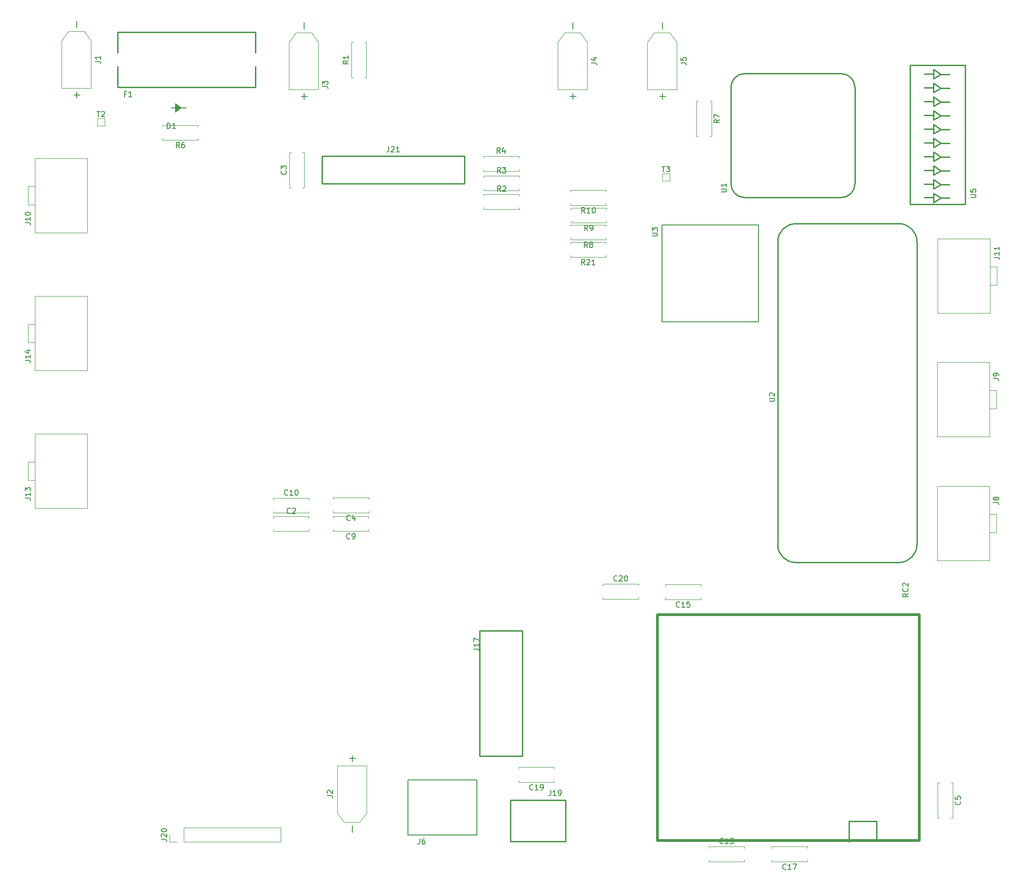
<source format=gto>
G04 #@! TF.GenerationSoftware,KiCad,Pcbnew,(5.1.10-1-10_14)*
G04 #@! TF.CreationDate,2022-06-07T22:38:41-07:00*
G04 #@! TF.ProjectId,Control_Boards,436f6e74-726f-46c5-9f42-6f617264732e,rev?*
G04 #@! TF.SameCoordinates,Original*
G04 #@! TF.FileFunction,Legend,Top*
G04 #@! TF.FilePolarity,Positive*
%FSLAX46Y46*%
G04 Gerber Fmt 4.6, Leading zero omitted, Abs format (unit mm)*
G04 Created by KiCad (PCBNEW (5.1.10-1-10_14)) date 2022-06-07 22:38:41*
%MOMM*%
%LPD*%
G01*
G04 APERTURE LIST*
%ADD10C,0.120000*%
%ADD11C,0.250000*%
%ADD12C,0.150000*%
%ADD13C,0.500000*%
G04 APERTURE END LIST*
D10*
X140748000Y-56415000D02*
X140748000Y-56745000D01*
X147288000Y-56415000D02*
X140748000Y-56415000D01*
X147288000Y-56745000D02*
X147288000Y-56415000D01*
X140748000Y-59155000D02*
X140748000Y-58825000D01*
X147288000Y-59155000D02*
X140748000Y-59155000D01*
X147288000Y-58825000D02*
X147288000Y-59155000D01*
D11*
X193167000Y-45656500D02*
X193167000Y-27876500D01*
X190627000Y-25336500D02*
X172847000Y-25336500D01*
X170307000Y-45656500D02*
X170307000Y-27876500D01*
X172847000Y-48196500D02*
X190627000Y-48196500D01*
X170307000Y-27876500D02*
G75*
G02*
X172847000Y-25336500I2540000J0D01*
G01*
X172847000Y-48196500D02*
G75*
G02*
X170307000Y-45656500I0J2540000D01*
G01*
X193167000Y-45656500D02*
G75*
G02*
X190627000Y-48196500I-2540000J0D01*
G01*
X190627000Y-25336500D02*
G75*
G02*
X193167000Y-27876500I0J-2540000D01*
G01*
D10*
X87309000Y-167065000D02*
X87309000Y-164405000D01*
X69469000Y-167065000D02*
X87309000Y-167065000D01*
X69469000Y-164405000D02*
X87309000Y-164405000D01*
X69469000Y-167065000D02*
X69469000Y-164405000D01*
X68199000Y-167065000D02*
X66869000Y-167065000D01*
X66869000Y-167065000D02*
X66869000Y-165735000D01*
D11*
X201277000Y-53022500D02*
X182245000Y-53022500D01*
X204597000Y-56324500D02*
X204597000Y-112186500D01*
X178943000Y-112186500D02*
X178943000Y-56324500D01*
X182245000Y-115506500D02*
X201277000Y-115506500D01*
X182245000Y-53022500D02*
G75*
G03*
X178943000Y-56324500I0J-3302000D01*
G01*
X201277000Y-53004500D02*
G75*
G02*
X204597000Y-56324500I0J-3320000D01*
G01*
X204597000Y-112186500D02*
G75*
G02*
X201277000Y-115506500I-3320000J0D01*
G01*
X178925000Y-112186500D02*
G75*
G03*
X182245000Y-115506500I3320000J0D01*
G01*
D10*
X53529000Y-33590000D02*
X54929000Y-33590000D01*
X54929000Y-33590000D02*
X54929000Y-34990000D01*
X54929000Y-34990000D02*
X53529000Y-34990000D01*
X53529000Y-34990000D02*
X53529000Y-33590000D01*
X157669000Y-43750000D02*
X159069000Y-43750000D01*
X159069000Y-43750000D02*
X159069000Y-45150000D01*
X159069000Y-45150000D02*
X157669000Y-45150000D01*
X157669000Y-45150000D02*
X157669000Y-43750000D01*
X218059000Y-55763160D02*
X208407000Y-55763160D01*
X218059000Y-69479160D02*
X208407000Y-69479160D01*
X208407000Y-55763160D02*
X208407000Y-69479160D01*
X218059000Y-55763160D02*
X218059000Y-69479160D01*
X218059000Y-60919360D02*
X219329000Y-60919360D01*
X219329000Y-60919360D02*
X219329000Y-64322960D01*
X219329000Y-64322960D02*
X218059000Y-64322960D01*
D12*
X157607000Y-71076500D02*
X175407000Y-71076500D01*
X175407000Y-71076500D02*
X175407000Y-53276500D01*
X175407000Y-53276500D02*
X157607000Y-53276500D01*
X157607000Y-71076500D02*
X157607000Y-53276500D01*
D11*
X131826000Y-128097556D02*
X123952000Y-128097556D01*
X131826000Y-128097556D02*
X131826000Y-151211556D01*
X131826000Y-151211556D02*
X123952000Y-151211556D01*
X123952000Y-128097556D02*
X123952000Y-151211556D01*
X94970600Y-40576500D02*
X94970600Y-45656500D01*
X94970600Y-45656500D02*
X121234200Y-45656500D01*
X121234200Y-45656500D02*
X121234200Y-40576500D01*
X121234200Y-40576500D02*
X94970600Y-40576500D01*
X203327000Y-23812500D02*
X203327000Y-49466500D01*
X213487000Y-23812500D02*
X203327000Y-23812500D01*
X213487000Y-49466500D02*
X213487000Y-23812500D01*
X203327000Y-49466500D02*
X213487000Y-49466500D01*
X205917800Y-48196500D02*
X207645000Y-48196500D01*
X207645000Y-48196500D02*
X207645000Y-47383700D01*
X207645000Y-47383700D02*
X209016600Y-48247300D01*
X209016600Y-48247300D02*
X207645000Y-49060100D01*
X207645000Y-49060100D02*
X207645000Y-48196500D01*
X209016600Y-48247300D02*
X210642200Y-48247300D01*
X209016600Y-45758100D02*
X210642200Y-45758100D01*
X209016600Y-45758100D02*
X207645000Y-46570900D01*
X205917800Y-45707300D02*
X207645000Y-45707300D01*
X207645000Y-45707300D02*
X207645000Y-44894500D01*
X207645000Y-44894500D02*
X209016600Y-45758100D01*
X207645000Y-46570900D02*
X207645000Y-45707300D01*
X209016600Y-43218100D02*
X210642200Y-43218100D01*
X209016600Y-43218100D02*
X207645000Y-44030900D01*
X205917800Y-43167300D02*
X207645000Y-43167300D01*
X207645000Y-43167300D02*
X207645000Y-42354500D01*
X207645000Y-42354500D02*
X209016600Y-43218100D01*
X207645000Y-44030900D02*
X207645000Y-43167300D01*
X209016600Y-40678100D02*
X210642200Y-40678100D01*
X209016600Y-40678100D02*
X207645000Y-41490900D01*
X205917800Y-40627300D02*
X207645000Y-40627300D01*
X207645000Y-40627300D02*
X207645000Y-39814500D01*
X207645000Y-39814500D02*
X209016600Y-40678100D01*
X207645000Y-41490900D02*
X207645000Y-40627300D01*
X209016600Y-38138100D02*
X210642200Y-38138100D01*
X209016600Y-38138100D02*
X207645000Y-38950900D01*
X205917800Y-38087300D02*
X207645000Y-38087300D01*
X207645000Y-38087300D02*
X207645000Y-37274500D01*
X207645000Y-37274500D02*
X209016600Y-38138100D01*
X207645000Y-38950900D02*
X207645000Y-38087300D01*
X209016600Y-35598100D02*
X210642200Y-35598100D01*
X209016600Y-35598100D02*
X207645000Y-36410900D01*
X205917800Y-35547300D02*
X207645000Y-35547300D01*
X207645000Y-35547300D02*
X207645000Y-34734500D01*
X207645000Y-34734500D02*
X209016600Y-35598100D01*
X207645000Y-36410900D02*
X207645000Y-35547300D01*
X209016600Y-33058100D02*
X210642200Y-33058100D01*
X209016600Y-33058100D02*
X207645000Y-33870900D01*
X205917800Y-33007300D02*
X207645000Y-33007300D01*
X207645000Y-33007300D02*
X207645000Y-32194500D01*
X207645000Y-32194500D02*
X209016600Y-33058100D01*
X207645000Y-33870900D02*
X207645000Y-33007300D01*
X209016600Y-30518100D02*
X210642200Y-30518100D01*
X209016600Y-30518100D02*
X207645000Y-31330900D01*
X205917800Y-30467300D02*
X207645000Y-30467300D01*
X207645000Y-30467300D02*
X207645000Y-29654500D01*
X207645000Y-29654500D02*
X209016600Y-30518100D01*
X207645000Y-31330900D02*
X207645000Y-30467300D01*
X209016600Y-27978100D02*
X210642200Y-27978100D01*
X209016600Y-27978100D02*
X207645000Y-28790900D01*
X205917800Y-27927300D02*
X207645000Y-27927300D01*
X207645000Y-27927300D02*
X207645000Y-27114500D01*
X207645000Y-27114500D02*
X209016600Y-27978100D01*
X207645000Y-28790900D02*
X207645000Y-27927300D01*
X209016600Y-25438100D02*
X210642200Y-25438100D01*
X209016600Y-25438100D02*
X207645000Y-26250900D01*
X205917800Y-25387300D02*
X207645000Y-25387300D01*
X207645000Y-25387300D02*
X207645000Y-24574500D01*
X207645000Y-24574500D02*
X209016600Y-25438100D01*
X207645000Y-26250900D02*
X207645000Y-25387300D01*
X139827000Y-166941500D02*
X139827000Y-159321500D01*
X139827000Y-159321500D02*
X129667000Y-159321500D01*
X129667000Y-159321500D02*
X129667000Y-166941500D01*
X129667000Y-166941500D02*
X139827000Y-166941500D01*
X57277000Y-24066500D02*
X57277000Y-27876500D01*
X57277000Y-27876500D02*
X82677000Y-27876500D01*
X82677000Y-27876500D02*
X82677000Y-24066500D01*
X82677000Y-21526500D02*
X82677000Y-17716500D01*
X82677000Y-17716500D02*
X57277000Y-17716500D01*
X57277000Y-17716500D02*
X57277000Y-21526500D01*
D12*
X110744000Y-155575000D02*
X110744000Y-160655000D01*
X123444000Y-155575000D02*
X110744000Y-155575000D01*
X123444000Y-165735000D02*
X123444000Y-155575000D01*
X110744000Y-165735000D02*
X123444000Y-165735000D01*
X110744000Y-160655000D02*
X110744000Y-165735000D01*
D10*
X97747000Y-161665000D02*
X97747000Y-152945000D01*
X97747000Y-152945000D02*
X103167000Y-152945000D01*
X103167000Y-161665000D02*
X103167000Y-152945000D01*
X99047000Y-163365000D02*
X97747000Y-161665000D01*
X101867000Y-163365000D02*
X103167000Y-161665000D01*
X99047000Y-163365000D02*
X101867000Y-163365000D01*
X160317000Y-19500500D02*
X160317000Y-28220500D01*
X160317000Y-28220500D02*
X154897000Y-28220500D01*
X154897000Y-19500500D02*
X154897000Y-28220500D01*
X159017000Y-17800500D02*
X160317000Y-19500500D01*
X156197000Y-17800500D02*
X154897000Y-19500500D01*
X159017000Y-17800500D02*
X156197000Y-17800500D01*
X143807000Y-19500500D02*
X143807000Y-28220500D01*
X143807000Y-28220500D02*
X138387000Y-28220500D01*
X138387000Y-19500500D02*
X138387000Y-28220500D01*
X142507000Y-17800500D02*
X143807000Y-19500500D01*
X139687000Y-17800500D02*
X138387000Y-19500500D01*
X142507000Y-17800500D02*
X139687000Y-17800500D01*
X52367000Y-19246500D02*
X52367000Y-27966500D01*
X52367000Y-27966500D02*
X46947000Y-27966500D01*
X46947000Y-19246500D02*
X46947000Y-27966500D01*
X51067000Y-17546500D02*
X52367000Y-19246500D01*
X48247000Y-17546500D02*
X46947000Y-19246500D01*
X51067000Y-17546500D02*
X48247000Y-17546500D01*
X94277000Y-19500500D02*
X94277000Y-28220500D01*
X94277000Y-28220500D02*
X88857000Y-28220500D01*
X88857000Y-19500500D02*
X88857000Y-28220500D01*
X92977000Y-17800500D02*
X94277000Y-19500500D01*
X90157000Y-17800500D02*
X88857000Y-19500500D01*
X92977000Y-17800500D02*
X90157000Y-17800500D01*
D11*
X192024000Y-163195000D02*
X192024000Y-167005000D01*
X197104000Y-163195000D02*
X192024000Y-163195000D01*
X197104000Y-166751000D02*
X197104000Y-163195000D01*
D13*
X156794000Y-125145000D02*
X205054000Y-125145000D01*
X156794000Y-166801000D02*
X156794000Y-125145000D01*
X205054000Y-166801000D02*
X156794000Y-166801000D01*
X205054000Y-125145000D02*
X205054000Y-166801000D01*
D12*
X67183000Y-31686500D02*
X67945000Y-31686500D01*
X67945000Y-31686500D02*
X67945000Y-30924500D01*
X67945000Y-30924500D02*
X68961000Y-31686500D01*
X68961000Y-31686500D02*
X67945000Y-32448500D01*
X67945000Y-32448500D02*
X67945000Y-31686500D01*
X68961000Y-31686500D02*
X69977000Y-31686500D01*
G36*
X67945000Y-30924500D02*
G01*
X68961000Y-31686500D01*
X67945000Y-32448500D01*
X67945000Y-30924500D01*
G37*
X67945000Y-30924500D02*
X68961000Y-31686500D01*
X67945000Y-32448500D01*
X67945000Y-30924500D01*
D10*
X42037000Y-54663340D02*
X51689000Y-54663340D01*
X42037000Y-40947340D02*
X51689000Y-40947340D01*
X51689000Y-54663340D02*
X51689000Y-40947340D01*
X42037000Y-54663340D02*
X42037000Y-40947340D01*
X42037000Y-49507140D02*
X40767000Y-49507140D01*
X40767000Y-49507140D02*
X40767000Y-46103540D01*
X40767000Y-46103540D02*
X42037000Y-46103540D01*
X42037000Y-105463340D02*
X51689000Y-105463340D01*
X42037000Y-91747340D02*
X51689000Y-91747340D01*
X51689000Y-105463340D02*
X51689000Y-91747340D01*
X42037000Y-105463340D02*
X42037000Y-91747340D01*
X42037000Y-100307140D02*
X40767000Y-100307140D01*
X40767000Y-100307140D02*
X40767000Y-96903540D01*
X40767000Y-96903540D02*
X42037000Y-96903540D01*
X217932000Y-101419660D02*
X208280000Y-101419660D01*
X217932000Y-115135660D02*
X208280000Y-115135660D01*
X208280000Y-101419660D02*
X208280000Y-115135660D01*
X217932000Y-101419660D02*
X217932000Y-115135660D01*
X217932000Y-106575860D02*
X219202000Y-106575860D01*
X219202000Y-106575860D02*
X219202000Y-109979460D01*
X219202000Y-109979460D02*
X217932000Y-109979460D01*
X42037000Y-80063340D02*
X51689000Y-80063340D01*
X42037000Y-66347340D02*
X51689000Y-66347340D01*
X51689000Y-80063340D02*
X51689000Y-66347340D01*
X42037000Y-80063340D02*
X42037000Y-66347340D01*
X42037000Y-74907140D02*
X40767000Y-74907140D01*
X40767000Y-74907140D02*
X40767000Y-71503540D01*
X40767000Y-71503540D02*
X42037000Y-71503540D01*
X217932000Y-78559660D02*
X208280000Y-78559660D01*
X217932000Y-92275660D02*
X208280000Y-92275660D01*
X208280000Y-78559660D02*
X208280000Y-92275660D01*
X217932000Y-78559660D02*
X217932000Y-92275660D01*
X217932000Y-83715860D02*
X219202000Y-83715860D01*
X219202000Y-83715860D02*
X219202000Y-87119460D01*
X219202000Y-87119460D02*
X217932000Y-87119460D01*
X146707782Y-119812641D02*
X146707782Y-119482641D01*
X146707782Y-119482641D02*
X153247782Y-119482641D01*
X153247782Y-119482641D02*
X153247782Y-119812641D01*
X146707782Y-121892641D02*
X146707782Y-122222641D01*
X146707782Y-122222641D02*
X153247782Y-122222641D01*
X153247782Y-122222641D02*
X153247782Y-121892641D01*
X137737600Y-155662500D02*
X137737600Y-155992500D01*
X137737600Y-155992500D02*
X131197600Y-155992500D01*
X131197600Y-155992500D02*
X131197600Y-155662500D01*
X137737600Y-153582500D02*
X137737600Y-153252500D01*
X137737600Y-153252500D02*
X131197600Y-153252500D01*
X131197600Y-153252500D02*
X131197600Y-153582500D01*
X89257000Y-46386500D02*
X88927000Y-46386500D01*
X88927000Y-46386500D02*
X88927000Y-39846500D01*
X88927000Y-39846500D02*
X89257000Y-39846500D01*
X91337000Y-46386500D02*
X91667000Y-46386500D01*
X91667000Y-46386500D02*
X91667000Y-39846500D01*
X91667000Y-39846500D02*
X91337000Y-39846500D01*
X103561735Y-105958696D02*
X103561735Y-106288696D01*
X103561735Y-106288696D02*
X97021735Y-106288696D01*
X97021735Y-106288696D02*
X97021735Y-105958696D01*
X103561735Y-103878696D02*
X103561735Y-103548696D01*
X103561735Y-103548696D02*
X97021735Y-103548696D01*
X97021735Y-103548696D02*
X97021735Y-103878696D01*
X210844000Y-156115000D02*
X211174000Y-156115000D01*
X211174000Y-156115000D02*
X211174000Y-162655000D01*
X211174000Y-162655000D02*
X210844000Y-162655000D01*
X208764000Y-156115000D02*
X208434000Y-156115000D01*
X208434000Y-156115000D02*
X208434000Y-162655000D01*
X208434000Y-162655000D02*
X208764000Y-162655000D01*
X85998135Y-103954896D02*
X85998135Y-103624896D01*
X85998135Y-103624896D02*
X92538135Y-103624896D01*
X92538135Y-103624896D02*
X92538135Y-103954896D01*
X85998135Y-106034896D02*
X85998135Y-106364896D01*
X85998135Y-106364896D02*
X92538135Y-106364896D01*
X92538135Y-106364896D02*
X92538135Y-106034896D01*
X166240382Y-168225041D02*
X166240382Y-167895041D01*
X166240382Y-167895041D02*
X172780382Y-167895041D01*
X172780382Y-167895041D02*
X172780382Y-168225041D01*
X166240382Y-170305041D02*
X166240382Y-170635041D01*
X166240382Y-170635041D02*
X172780382Y-170635041D01*
X172780382Y-170635041D02*
X172780382Y-170305041D01*
X164763200Y-121956700D02*
X164763200Y-122286700D01*
X164763200Y-122286700D02*
X158223200Y-122286700D01*
X158223200Y-122286700D02*
X158223200Y-121956700D01*
X164763200Y-119876700D02*
X164763200Y-119546700D01*
X164763200Y-119546700D02*
X158223200Y-119546700D01*
X158223200Y-119546700D02*
X158223200Y-119876700D01*
X85998135Y-107333096D02*
X85998135Y-107003096D01*
X85998135Y-107003096D02*
X92538135Y-107003096D01*
X92538135Y-107003096D02*
X92538135Y-107333096D01*
X85998135Y-109413096D02*
X85998135Y-109743096D01*
X85998135Y-109743096D02*
X92538135Y-109743096D01*
X92538135Y-109743096D02*
X92538135Y-109413096D01*
X103536335Y-109387696D02*
X103536335Y-109717696D01*
X103536335Y-109717696D02*
X96996335Y-109717696D01*
X96996335Y-109717696D02*
X96996335Y-109387696D01*
X103536335Y-107307696D02*
X103536335Y-106977696D01*
X103536335Y-106977696D02*
X96996335Y-106977696D01*
X96996335Y-106977696D02*
X96996335Y-107307696D01*
X147313400Y-49236500D02*
X147313400Y-49566500D01*
X147313400Y-49566500D02*
X140773400Y-49566500D01*
X140773400Y-49566500D02*
X140773400Y-49236500D01*
X147313400Y-47156500D02*
X147313400Y-46826500D01*
X147313400Y-46826500D02*
X140773400Y-46826500D01*
X140773400Y-46826500D02*
X140773400Y-47156500D01*
X147288000Y-55611900D02*
X147288000Y-55941900D01*
X147288000Y-55941900D02*
X140748000Y-55941900D01*
X140748000Y-55941900D02*
X140748000Y-55611900D01*
X147288000Y-53531900D02*
X147288000Y-53201900D01*
X147288000Y-53201900D02*
X140748000Y-53201900D01*
X140748000Y-53201900D02*
X140748000Y-53531900D01*
X100687000Y-26066500D02*
X100357000Y-26066500D01*
X100357000Y-26066500D02*
X100357000Y-19526500D01*
X100357000Y-19526500D02*
X100687000Y-19526500D01*
X102767000Y-26066500D02*
X103097000Y-26066500D01*
X103097000Y-26066500D02*
X103097000Y-19526500D01*
X103097000Y-19526500D02*
X102767000Y-19526500D01*
X124771400Y-47918500D02*
X124771400Y-47588500D01*
X124771400Y-47588500D02*
X131311400Y-47588500D01*
X131311400Y-47588500D02*
X131311400Y-47918500D01*
X124771400Y-49998500D02*
X124771400Y-50328500D01*
X124771400Y-50328500D02*
X131311400Y-50328500D01*
X131311400Y-50328500D02*
X131311400Y-49998500D01*
X124746000Y-44514900D02*
X124746000Y-44184900D01*
X124746000Y-44184900D02*
X131286000Y-44184900D01*
X131286000Y-44184900D02*
X131286000Y-44514900D01*
X124746000Y-46594900D02*
X124746000Y-46924900D01*
X124746000Y-46924900D02*
X131286000Y-46924900D01*
X131286000Y-46924900D02*
X131286000Y-46594900D01*
X124695200Y-40882700D02*
X124695200Y-40552700D01*
X124695200Y-40552700D02*
X131235200Y-40552700D01*
X131235200Y-40552700D02*
X131235200Y-40882700D01*
X124695200Y-42962700D02*
X124695200Y-43292700D01*
X124695200Y-43292700D02*
X131235200Y-43292700D01*
X131235200Y-43292700D02*
X131235200Y-42962700D01*
X72104000Y-37235000D02*
X72104000Y-37565000D01*
X72104000Y-37565000D02*
X65564000Y-37565000D01*
X65564000Y-37565000D02*
X65564000Y-37235000D01*
X72104000Y-35155000D02*
X72104000Y-34825000D01*
X72104000Y-34825000D02*
X65564000Y-34825000D01*
X65564000Y-34825000D02*
X65564000Y-35155000D01*
X147364200Y-52513100D02*
X147364200Y-52843100D01*
X147364200Y-52843100D02*
X140824200Y-52843100D01*
X140824200Y-52843100D02*
X140824200Y-52513100D01*
X147364200Y-50433100D02*
X147364200Y-50103100D01*
X147364200Y-50103100D02*
X140824200Y-50103100D01*
X140824200Y-50103100D02*
X140824200Y-50433100D01*
X166394000Y-30385000D02*
X166724000Y-30385000D01*
X166724000Y-30385000D02*
X166724000Y-36925000D01*
X166724000Y-36925000D02*
X166394000Y-36925000D01*
X164314000Y-30385000D02*
X163984000Y-30385000D01*
X163984000Y-30385000D02*
X163984000Y-36925000D01*
X163984000Y-36925000D02*
X164314000Y-36925000D01*
X184372000Y-170318300D02*
X184372000Y-170648300D01*
X184372000Y-170648300D02*
X177832000Y-170648300D01*
X177832000Y-170648300D02*
X177832000Y-170318300D01*
X184372000Y-168238300D02*
X184372000Y-167908300D01*
X184372000Y-167908300D02*
X177832000Y-167908300D01*
X177832000Y-167908300D02*
X177832000Y-168238300D01*
D12*
X143375142Y-60607380D02*
X143041809Y-60131190D01*
X142803714Y-60607380D02*
X142803714Y-59607380D01*
X143184666Y-59607380D01*
X143279904Y-59655000D01*
X143327523Y-59702619D01*
X143375142Y-59797857D01*
X143375142Y-59940714D01*
X143327523Y-60035952D01*
X143279904Y-60083571D01*
X143184666Y-60131190D01*
X142803714Y-60131190D01*
X143756095Y-59702619D02*
X143803714Y-59655000D01*
X143898952Y-59607380D01*
X144137047Y-59607380D01*
X144232285Y-59655000D01*
X144279904Y-59702619D01*
X144327523Y-59797857D01*
X144327523Y-59893095D01*
X144279904Y-60035952D01*
X143708476Y-60607380D01*
X144327523Y-60607380D01*
X145279904Y-60607380D02*
X144708476Y-60607380D01*
X144994190Y-60607380D02*
X144994190Y-59607380D01*
X144898952Y-59750238D01*
X144803714Y-59845476D01*
X144708476Y-59893095D01*
X168489380Y-47180404D02*
X169298904Y-47180404D01*
X169394142Y-47132785D01*
X169441761Y-47085166D01*
X169489380Y-46989928D01*
X169489380Y-46799452D01*
X169441761Y-46704214D01*
X169394142Y-46656595D01*
X169298904Y-46608976D01*
X168489380Y-46608976D01*
X169489380Y-45608976D02*
X169489380Y-46180404D01*
X169489380Y-45894690D02*
X168489380Y-45894690D01*
X168632238Y-45989928D01*
X168727476Y-46085166D01*
X168775095Y-46180404D01*
X65321380Y-166544523D02*
X66035666Y-166544523D01*
X66178523Y-166592142D01*
X66273761Y-166687380D01*
X66321380Y-166830238D01*
X66321380Y-166925476D01*
X65416619Y-166115952D02*
X65369000Y-166068333D01*
X65321380Y-165973095D01*
X65321380Y-165735000D01*
X65369000Y-165639761D01*
X65416619Y-165592142D01*
X65511857Y-165544523D01*
X65607095Y-165544523D01*
X65749952Y-165592142D01*
X66321380Y-166163571D01*
X66321380Y-165544523D01*
X65321380Y-164925476D02*
X65321380Y-164830238D01*
X65369000Y-164735000D01*
X65416619Y-164687380D01*
X65511857Y-164639761D01*
X65702333Y-164592142D01*
X65940428Y-164592142D01*
X66130904Y-164639761D01*
X66226142Y-164687380D01*
X66273761Y-164735000D01*
X66321380Y-164830238D01*
X66321380Y-164925476D01*
X66273761Y-165020714D01*
X66226142Y-165068333D01*
X66130904Y-165115952D01*
X65940428Y-165163571D01*
X65702333Y-165163571D01*
X65511857Y-165115952D01*
X65416619Y-165068333D01*
X65369000Y-165020714D01*
X65321380Y-164925476D01*
X177379380Y-85788404D02*
X178188904Y-85788404D01*
X178284142Y-85740785D01*
X178331761Y-85693166D01*
X178379380Y-85597928D01*
X178379380Y-85407452D01*
X178331761Y-85312214D01*
X178284142Y-85264595D01*
X178188904Y-85216976D01*
X177379380Y-85216976D01*
X177474619Y-84788404D02*
X177427000Y-84740785D01*
X177379380Y-84645547D01*
X177379380Y-84407452D01*
X177427000Y-84312214D01*
X177474619Y-84264595D01*
X177569857Y-84216976D01*
X177665095Y-84216976D01*
X177807952Y-84264595D01*
X178379380Y-84836023D01*
X178379380Y-84216976D01*
X53467095Y-32294380D02*
X54038523Y-32294380D01*
X53752809Y-33294380D02*
X53752809Y-32294380D01*
X54324238Y-32389619D02*
X54371857Y-32342000D01*
X54467095Y-32294380D01*
X54705190Y-32294380D01*
X54800428Y-32342000D01*
X54848047Y-32389619D01*
X54895666Y-32484857D01*
X54895666Y-32580095D01*
X54848047Y-32722952D01*
X54276619Y-33294380D01*
X54895666Y-33294380D01*
X157607095Y-42454380D02*
X158178523Y-42454380D01*
X157892809Y-43454380D02*
X157892809Y-42454380D01*
X158416619Y-42454380D02*
X159035666Y-42454380D01*
X158702333Y-42835333D01*
X158845190Y-42835333D01*
X158940428Y-42882952D01*
X158988047Y-42930571D01*
X159035666Y-43025809D01*
X159035666Y-43263904D01*
X158988047Y-43359142D01*
X158940428Y-43406761D01*
X158845190Y-43454380D01*
X158559476Y-43454380D01*
X158464238Y-43406761D01*
X158416619Y-43359142D01*
X218781380Y-59229523D02*
X219495666Y-59229523D01*
X219638523Y-59277142D01*
X219733761Y-59372380D01*
X219781380Y-59515238D01*
X219781380Y-59610476D01*
X219781380Y-58229523D02*
X219781380Y-58800952D01*
X219781380Y-58515238D02*
X218781380Y-58515238D01*
X218924238Y-58610476D01*
X219019476Y-58705714D01*
X219067095Y-58800952D01*
X219781380Y-57277142D02*
X219781380Y-57848571D01*
X219781380Y-57562857D02*
X218781380Y-57562857D01*
X218924238Y-57658095D01*
X219019476Y-57753333D01*
X219067095Y-57848571D01*
X155789380Y-55308404D02*
X156598904Y-55308404D01*
X156694142Y-55260785D01*
X156741761Y-55213166D01*
X156789380Y-55117928D01*
X156789380Y-54927452D01*
X156741761Y-54832214D01*
X156694142Y-54784595D01*
X156598904Y-54736976D01*
X155789380Y-54736976D01*
X155789380Y-54356023D02*
X155789380Y-53736976D01*
X156170333Y-54070309D01*
X156170333Y-53927452D01*
X156217952Y-53832214D01*
X156265571Y-53784595D01*
X156360809Y-53736976D01*
X156598904Y-53736976D01*
X156694142Y-53784595D01*
X156741761Y-53832214D01*
X156789380Y-53927452D01*
X156789380Y-54213166D01*
X156741761Y-54308404D01*
X156694142Y-54356023D01*
X122896380Y-131447079D02*
X123610666Y-131447079D01*
X123753523Y-131494698D01*
X123848761Y-131589936D01*
X123896380Y-131732794D01*
X123896380Y-131828032D01*
X123896380Y-130447079D02*
X123896380Y-131018508D01*
X123896380Y-130732794D02*
X122896380Y-130732794D01*
X123039238Y-130828032D01*
X123134476Y-130923270D01*
X123182095Y-131018508D01*
X122896380Y-130113746D02*
X122896380Y-129447079D01*
X123896380Y-129875651D01*
X107267476Y-38758880D02*
X107267476Y-39473166D01*
X107219857Y-39616023D01*
X107124619Y-39711261D01*
X106981761Y-39758880D01*
X106886523Y-39758880D01*
X107696047Y-38854119D02*
X107743666Y-38806500D01*
X107838904Y-38758880D01*
X108077000Y-38758880D01*
X108172238Y-38806500D01*
X108219857Y-38854119D01*
X108267476Y-38949357D01*
X108267476Y-39044595D01*
X108219857Y-39187452D01*
X107648428Y-39758880D01*
X108267476Y-39758880D01*
X109219857Y-39758880D02*
X108648428Y-39758880D01*
X108934142Y-39758880D02*
X108934142Y-38758880D01*
X108838904Y-38901738D01*
X108743666Y-38996976D01*
X108648428Y-39044595D01*
X214463380Y-48196404D02*
X215272904Y-48196404D01*
X215368142Y-48148785D01*
X215415761Y-48101166D01*
X215463380Y-48005928D01*
X215463380Y-47815452D01*
X215415761Y-47720214D01*
X215368142Y-47672595D01*
X215272904Y-47624976D01*
X214463380Y-47624976D01*
X214463380Y-46672595D02*
X214463380Y-47148785D01*
X214939571Y-47196404D01*
X214891952Y-47148785D01*
X214844333Y-47053547D01*
X214844333Y-46815452D01*
X214891952Y-46720214D01*
X214939571Y-46672595D01*
X215034809Y-46624976D01*
X215272904Y-46624976D01*
X215368142Y-46672595D01*
X215415761Y-46720214D01*
X215463380Y-46815452D01*
X215463380Y-47053547D01*
X215415761Y-47148785D01*
X215368142Y-47196404D01*
X137112476Y-157503880D02*
X137112476Y-158218166D01*
X137064857Y-158361023D01*
X136969619Y-158456261D01*
X136826761Y-158503880D01*
X136731523Y-158503880D01*
X138112476Y-158503880D02*
X137541047Y-158503880D01*
X137826761Y-158503880D02*
X137826761Y-157503880D01*
X137731523Y-157646738D01*
X137636285Y-157741976D01*
X137541047Y-157789595D01*
X138588666Y-158503880D02*
X138779142Y-158503880D01*
X138874380Y-158456261D01*
X138922000Y-158408642D01*
X139017238Y-158265785D01*
X139064857Y-158075309D01*
X139064857Y-157694357D01*
X139017238Y-157599119D01*
X138969619Y-157551500D01*
X138874380Y-157503880D01*
X138683904Y-157503880D01*
X138588666Y-157551500D01*
X138541047Y-157599119D01*
X138493428Y-157694357D01*
X138493428Y-157932452D01*
X138541047Y-158027690D01*
X138588666Y-158075309D01*
X138683904Y-158122928D01*
X138874380Y-158122928D01*
X138969619Y-158075309D01*
X139017238Y-158027690D01*
X139064857Y-157932452D01*
X58848666Y-29075071D02*
X58515333Y-29075071D01*
X58515333Y-29598880D02*
X58515333Y-28598880D01*
X58991523Y-28598880D01*
X59896285Y-29598880D02*
X59324857Y-29598880D01*
X59610571Y-29598880D02*
X59610571Y-28598880D01*
X59515333Y-28741738D01*
X59420095Y-28836976D01*
X59324857Y-28884595D01*
X112950666Y-166457380D02*
X112950666Y-167171666D01*
X112903047Y-167314523D01*
X112807809Y-167409761D01*
X112664952Y-167457380D01*
X112569714Y-167457380D01*
X113855428Y-166457380D02*
X113664952Y-166457380D01*
X113569714Y-166505000D01*
X113522095Y-166552619D01*
X113426857Y-166695476D01*
X113379238Y-166885952D01*
X113379238Y-167266904D01*
X113426857Y-167362142D01*
X113474476Y-167409761D01*
X113569714Y-167457380D01*
X113760190Y-167457380D01*
X113855428Y-167409761D01*
X113903047Y-167362142D01*
X113950666Y-167266904D01*
X113950666Y-167028809D01*
X113903047Y-166933571D01*
X113855428Y-166885952D01*
X113760190Y-166838333D01*
X113569714Y-166838333D01*
X113474476Y-166885952D01*
X113426857Y-166933571D01*
X113379238Y-167028809D01*
X95909380Y-158488333D02*
X96623666Y-158488333D01*
X96766523Y-158535952D01*
X96861761Y-158631190D01*
X96909380Y-158774047D01*
X96909380Y-158869285D01*
X96004619Y-158059761D02*
X95957000Y-158012142D01*
X95909380Y-157916904D01*
X95909380Y-157678809D01*
X95957000Y-157583571D01*
X96004619Y-157535952D01*
X96099857Y-157488333D01*
X96195095Y-157488333D01*
X96337952Y-157535952D01*
X96909380Y-158107380D01*
X96909380Y-157488333D01*
X100564142Y-165226428D02*
X100564142Y-164083571D01*
X100564142Y-152226428D02*
X100564142Y-151083571D01*
X101135571Y-151655000D02*
X99992714Y-151655000D01*
X161059380Y-23343833D02*
X161773666Y-23343833D01*
X161916523Y-23391452D01*
X162011761Y-23486690D01*
X162059380Y-23629547D01*
X162059380Y-23724785D01*
X161059380Y-22391452D02*
X161059380Y-22867642D01*
X161535571Y-22915261D01*
X161487952Y-22867642D01*
X161440333Y-22772404D01*
X161440333Y-22534309D01*
X161487952Y-22439071D01*
X161535571Y-22391452D01*
X161630809Y-22343833D01*
X161868904Y-22343833D01*
X161964142Y-22391452D01*
X162011761Y-22439071D01*
X162059380Y-22534309D01*
X162059380Y-22772404D01*
X162011761Y-22867642D01*
X161964142Y-22915261D01*
X157714142Y-17081928D02*
X157714142Y-15939071D01*
X157714142Y-30081928D02*
X157714142Y-28939071D01*
X158285571Y-29510500D02*
X157142714Y-29510500D01*
X144549380Y-23343833D02*
X145263666Y-23343833D01*
X145406523Y-23391452D01*
X145501761Y-23486690D01*
X145549380Y-23629547D01*
X145549380Y-23724785D01*
X144882714Y-22439071D02*
X145549380Y-22439071D01*
X144501761Y-22677166D02*
X145216047Y-22915261D01*
X145216047Y-22296214D01*
X141204142Y-17081928D02*
X141204142Y-15939071D01*
X141204142Y-30081928D02*
X141204142Y-28939071D01*
X141775571Y-29510500D02*
X140632714Y-29510500D01*
X53109380Y-23089833D02*
X53823666Y-23089833D01*
X53966523Y-23137452D01*
X54061761Y-23232690D01*
X54109380Y-23375547D01*
X54109380Y-23470785D01*
X54109380Y-22089833D02*
X54109380Y-22661261D01*
X54109380Y-22375547D02*
X53109380Y-22375547D01*
X53252238Y-22470785D01*
X53347476Y-22566023D01*
X53395095Y-22661261D01*
X49764142Y-16827928D02*
X49764142Y-15685071D01*
X49764142Y-29827928D02*
X49764142Y-28685071D01*
X50335571Y-29256500D02*
X49192714Y-29256500D01*
X95019380Y-27701833D02*
X95733666Y-27701833D01*
X95876523Y-27749452D01*
X95971761Y-27844690D01*
X96019380Y-27987547D01*
X96019380Y-28082785D01*
X95019380Y-27320880D02*
X95019380Y-26701833D01*
X95400333Y-27035166D01*
X95400333Y-26892309D01*
X95447952Y-26797071D01*
X95495571Y-26749452D01*
X95590809Y-26701833D01*
X95828904Y-26701833D01*
X95924142Y-26749452D01*
X95971761Y-26797071D01*
X96019380Y-26892309D01*
X96019380Y-27178023D01*
X95971761Y-27273261D01*
X95924142Y-27320880D01*
X91674142Y-17081928D02*
X91674142Y-15939071D01*
X91674142Y-30081928D02*
X91674142Y-28939071D01*
X92245571Y-29510500D02*
X91102714Y-29510500D01*
X202966380Y-121239666D02*
X202490190Y-121573000D01*
X202966380Y-121811095D02*
X201966380Y-121811095D01*
X201966380Y-121430142D01*
X202014000Y-121334904D01*
X202061619Y-121287285D01*
X202156857Y-121239666D01*
X202299714Y-121239666D01*
X202394952Y-121287285D01*
X202442571Y-121334904D01*
X202490190Y-121430142D01*
X202490190Y-121811095D01*
X202871142Y-120239666D02*
X202918761Y-120287285D01*
X202966380Y-120430142D01*
X202966380Y-120525380D01*
X202918761Y-120668238D01*
X202823523Y-120763476D01*
X202728285Y-120811095D01*
X202537809Y-120858714D01*
X202394952Y-120858714D01*
X202204476Y-120811095D01*
X202109238Y-120763476D01*
X202014000Y-120668238D01*
X201966380Y-120525380D01*
X201966380Y-120430142D01*
X202014000Y-120287285D01*
X202061619Y-120239666D01*
X202061619Y-119858714D02*
X202014000Y-119811095D01*
X201966380Y-119715857D01*
X201966380Y-119477761D01*
X202014000Y-119382523D01*
X202061619Y-119334904D01*
X202156857Y-119287285D01*
X202252095Y-119287285D01*
X202394952Y-119334904D01*
X202966380Y-119906333D01*
X202966380Y-119287285D01*
X66444904Y-35440880D02*
X66444904Y-34440880D01*
X66683000Y-34440880D01*
X66825857Y-34488500D01*
X66921095Y-34583738D01*
X66968714Y-34678976D01*
X67016333Y-34869452D01*
X67016333Y-35012309D01*
X66968714Y-35202785D01*
X66921095Y-35298023D01*
X66825857Y-35393261D01*
X66683000Y-35440880D01*
X66444904Y-35440880D01*
X67968714Y-35440880D02*
X67397285Y-35440880D01*
X67683000Y-35440880D02*
X67683000Y-34440880D01*
X67587761Y-34583738D01*
X67492523Y-34678976D01*
X67397285Y-34726595D01*
X40219380Y-52816023D02*
X40933666Y-52816023D01*
X41076523Y-52863642D01*
X41171761Y-52958880D01*
X41219380Y-53101738D01*
X41219380Y-53196976D01*
X41219380Y-51816023D02*
X41219380Y-52387452D01*
X41219380Y-52101738D02*
X40219380Y-52101738D01*
X40362238Y-52196976D01*
X40457476Y-52292214D01*
X40505095Y-52387452D01*
X40219380Y-51196976D02*
X40219380Y-51101738D01*
X40267000Y-51006500D01*
X40314619Y-50958880D01*
X40409857Y-50911261D01*
X40600333Y-50863642D01*
X40838428Y-50863642D01*
X41028904Y-50911261D01*
X41124142Y-50958880D01*
X41171761Y-51006500D01*
X41219380Y-51101738D01*
X41219380Y-51196976D01*
X41171761Y-51292214D01*
X41124142Y-51339833D01*
X41028904Y-51387452D01*
X40838428Y-51435071D01*
X40600333Y-51435071D01*
X40409857Y-51387452D01*
X40314619Y-51339833D01*
X40267000Y-51292214D01*
X40219380Y-51196976D01*
X40219380Y-103616023D02*
X40933666Y-103616023D01*
X41076523Y-103663642D01*
X41171761Y-103758880D01*
X41219380Y-103901738D01*
X41219380Y-103996976D01*
X41219380Y-102616023D02*
X41219380Y-103187452D01*
X41219380Y-102901738D02*
X40219380Y-102901738D01*
X40362238Y-102996976D01*
X40457476Y-103092214D01*
X40505095Y-103187452D01*
X40219380Y-102282690D02*
X40219380Y-101663642D01*
X40600333Y-101996976D01*
X40600333Y-101854119D01*
X40647952Y-101758880D01*
X40695571Y-101711261D01*
X40790809Y-101663642D01*
X41028904Y-101663642D01*
X41124142Y-101711261D01*
X41171761Y-101758880D01*
X41219380Y-101854119D01*
X41219380Y-102139833D01*
X41171761Y-102235071D01*
X41124142Y-102282690D01*
X218654380Y-104409833D02*
X219368666Y-104409833D01*
X219511523Y-104457452D01*
X219606761Y-104552690D01*
X219654380Y-104695547D01*
X219654380Y-104790785D01*
X219082952Y-103790785D02*
X219035333Y-103886023D01*
X218987714Y-103933642D01*
X218892476Y-103981261D01*
X218844857Y-103981261D01*
X218749619Y-103933642D01*
X218702000Y-103886023D01*
X218654380Y-103790785D01*
X218654380Y-103600309D01*
X218702000Y-103505071D01*
X218749619Y-103457452D01*
X218844857Y-103409833D01*
X218892476Y-103409833D01*
X218987714Y-103457452D01*
X219035333Y-103505071D01*
X219082952Y-103600309D01*
X219082952Y-103790785D01*
X219130571Y-103886023D01*
X219178190Y-103933642D01*
X219273428Y-103981261D01*
X219463904Y-103981261D01*
X219559142Y-103933642D01*
X219606761Y-103886023D01*
X219654380Y-103790785D01*
X219654380Y-103600309D01*
X219606761Y-103505071D01*
X219559142Y-103457452D01*
X219463904Y-103409833D01*
X219273428Y-103409833D01*
X219178190Y-103457452D01*
X219130571Y-103505071D01*
X219082952Y-103600309D01*
X40219380Y-78216023D02*
X40933666Y-78216023D01*
X41076523Y-78263642D01*
X41171761Y-78358880D01*
X41219380Y-78501738D01*
X41219380Y-78596976D01*
X41219380Y-77216023D02*
X41219380Y-77787452D01*
X41219380Y-77501738D02*
X40219380Y-77501738D01*
X40362238Y-77596976D01*
X40457476Y-77692214D01*
X40505095Y-77787452D01*
X40552714Y-76358880D02*
X41219380Y-76358880D01*
X40171761Y-76596976D02*
X40886047Y-76835071D01*
X40886047Y-76216023D01*
X218654380Y-81549833D02*
X219368666Y-81549833D01*
X219511523Y-81597452D01*
X219606761Y-81692690D01*
X219654380Y-81835547D01*
X219654380Y-81930785D01*
X219654380Y-81026023D02*
X219654380Y-80835547D01*
X219606761Y-80740309D01*
X219559142Y-80692690D01*
X219416285Y-80597452D01*
X219225809Y-80549833D01*
X218844857Y-80549833D01*
X218749619Y-80597452D01*
X218702000Y-80645071D01*
X218654380Y-80740309D01*
X218654380Y-80930785D01*
X218702000Y-81026023D01*
X218749619Y-81073642D01*
X218844857Y-81121261D01*
X219082952Y-81121261D01*
X219178190Y-81073642D01*
X219225809Y-81026023D01*
X219273428Y-80930785D01*
X219273428Y-80740309D01*
X219225809Y-80645071D01*
X219178190Y-80597452D01*
X219082952Y-80549833D01*
X149334924Y-118839783D02*
X149287305Y-118887402D01*
X149144448Y-118935021D01*
X149049210Y-118935021D01*
X148906353Y-118887402D01*
X148811115Y-118792164D01*
X148763496Y-118696926D01*
X148715877Y-118506450D01*
X148715877Y-118363593D01*
X148763496Y-118173117D01*
X148811115Y-118077879D01*
X148906353Y-117982641D01*
X149049210Y-117935021D01*
X149144448Y-117935021D01*
X149287305Y-117982641D01*
X149334924Y-118030260D01*
X149715877Y-118030260D02*
X149763496Y-117982641D01*
X149858734Y-117935021D01*
X150096829Y-117935021D01*
X150192067Y-117982641D01*
X150239686Y-118030260D01*
X150287305Y-118125498D01*
X150287305Y-118220736D01*
X150239686Y-118363593D01*
X149668258Y-118935021D01*
X150287305Y-118935021D01*
X150906353Y-117935021D02*
X151001591Y-117935021D01*
X151096829Y-117982641D01*
X151144448Y-118030260D01*
X151192067Y-118125498D01*
X151239686Y-118315974D01*
X151239686Y-118554069D01*
X151192067Y-118744545D01*
X151144448Y-118839783D01*
X151096829Y-118887402D01*
X151001591Y-118935021D01*
X150906353Y-118935021D01*
X150811115Y-118887402D01*
X150763496Y-118839783D01*
X150715877Y-118744545D01*
X150668258Y-118554069D01*
X150668258Y-118315974D01*
X150715877Y-118125498D01*
X150763496Y-118030260D01*
X150811115Y-117982641D01*
X150906353Y-117935021D01*
X133824742Y-157349642D02*
X133777123Y-157397261D01*
X133634266Y-157444880D01*
X133539028Y-157444880D01*
X133396171Y-157397261D01*
X133300933Y-157302023D01*
X133253314Y-157206785D01*
X133205695Y-157016309D01*
X133205695Y-156873452D01*
X133253314Y-156682976D01*
X133300933Y-156587738D01*
X133396171Y-156492500D01*
X133539028Y-156444880D01*
X133634266Y-156444880D01*
X133777123Y-156492500D01*
X133824742Y-156540119D01*
X134777123Y-157444880D02*
X134205695Y-157444880D01*
X134491409Y-157444880D02*
X134491409Y-156444880D01*
X134396171Y-156587738D01*
X134300933Y-156682976D01*
X134205695Y-156730595D01*
X135253314Y-157444880D02*
X135443790Y-157444880D01*
X135539028Y-157397261D01*
X135586647Y-157349642D01*
X135681885Y-157206785D01*
X135729504Y-157016309D01*
X135729504Y-156635357D01*
X135681885Y-156540119D01*
X135634266Y-156492500D01*
X135539028Y-156444880D01*
X135348552Y-156444880D01*
X135253314Y-156492500D01*
X135205695Y-156540119D01*
X135158076Y-156635357D01*
X135158076Y-156873452D01*
X135205695Y-156968690D01*
X135253314Y-157016309D01*
X135348552Y-157063928D01*
X135539028Y-157063928D01*
X135634266Y-157016309D01*
X135681885Y-156968690D01*
X135729504Y-156873452D01*
X88284142Y-43283166D02*
X88331761Y-43330785D01*
X88379380Y-43473642D01*
X88379380Y-43568880D01*
X88331761Y-43711738D01*
X88236523Y-43806976D01*
X88141285Y-43854595D01*
X87950809Y-43902214D01*
X87807952Y-43902214D01*
X87617476Y-43854595D01*
X87522238Y-43806976D01*
X87427000Y-43711738D01*
X87379380Y-43568880D01*
X87379380Y-43473642D01*
X87427000Y-43330785D01*
X87474619Y-43283166D01*
X87379380Y-42949833D02*
X87379380Y-42330785D01*
X87760333Y-42664119D01*
X87760333Y-42521261D01*
X87807952Y-42426023D01*
X87855571Y-42378404D01*
X87950809Y-42330785D01*
X88188904Y-42330785D01*
X88284142Y-42378404D01*
X88331761Y-42426023D01*
X88379380Y-42521261D01*
X88379380Y-42806976D01*
X88331761Y-42902214D01*
X88284142Y-42949833D01*
X100125068Y-107645838D02*
X100077449Y-107693457D01*
X99934592Y-107741076D01*
X99839354Y-107741076D01*
X99696496Y-107693457D01*
X99601258Y-107598219D01*
X99553639Y-107502981D01*
X99506020Y-107312505D01*
X99506020Y-107169648D01*
X99553639Y-106979172D01*
X99601258Y-106883934D01*
X99696496Y-106788696D01*
X99839354Y-106741076D01*
X99934592Y-106741076D01*
X100077449Y-106788696D01*
X100125068Y-106836315D01*
X100982211Y-107074410D02*
X100982211Y-107741076D01*
X100744115Y-106693457D02*
X100506020Y-107407743D01*
X101125068Y-107407743D01*
X212531142Y-159551666D02*
X212578761Y-159599285D01*
X212626380Y-159742142D01*
X212626380Y-159837380D01*
X212578761Y-159980238D01*
X212483523Y-160075476D01*
X212388285Y-160123095D01*
X212197809Y-160170714D01*
X212054952Y-160170714D01*
X211864476Y-160123095D01*
X211769238Y-160075476D01*
X211674000Y-159980238D01*
X211626380Y-159837380D01*
X211626380Y-159742142D01*
X211674000Y-159599285D01*
X211721619Y-159551666D01*
X211626380Y-158646904D02*
X211626380Y-159123095D01*
X212102571Y-159170714D01*
X212054952Y-159123095D01*
X212007333Y-159027857D01*
X212007333Y-158789761D01*
X212054952Y-158694523D01*
X212102571Y-158646904D01*
X212197809Y-158599285D01*
X212435904Y-158599285D01*
X212531142Y-158646904D01*
X212578761Y-158694523D01*
X212626380Y-158789761D01*
X212626380Y-159027857D01*
X212578761Y-159123095D01*
X212531142Y-159170714D01*
X88625277Y-102982038D02*
X88577658Y-103029657D01*
X88434801Y-103077276D01*
X88339563Y-103077276D01*
X88196706Y-103029657D01*
X88101468Y-102934419D01*
X88053849Y-102839181D01*
X88006230Y-102648705D01*
X88006230Y-102505848D01*
X88053849Y-102315372D01*
X88101468Y-102220134D01*
X88196706Y-102124896D01*
X88339563Y-102077276D01*
X88434801Y-102077276D01*
X88577658Y-102124896D01*
X88625277Y-102172515D01*
X89577658Y-103077276D02*
X89006230Y-103077276D01*
X89291944Y-103077276D02*
X89291944Y-102077276D01*
X89196706Y-102220134D01*
X89101468Y-102315372D01*
X89006230Y-102362991D01*
X90196706Y-102077276D02*
X90291944Y-102077276D01*
X90387182Y-102124896D01*
X90434801Y-102172515D01*
X90482420Y-102267753D01*
X90530039Y-102458229D01*
X90530039Y-102696324D01*
X90482420Y-102886800D01*
X90434801Y-102982038D01*
X90387182Y-103029657D01*
X90291944Y-103077276D01*
X90196706Y-103077276D01*
X90101468Y-103029657D01*
X90053849Y-102982038D01*
X90006230Y-102886800D01*
X89958611Y-102696324D01*
X89958611Y-102458229D01*
X90006230Y-102267753D01*
X90053849Y-102172515D01*
X90101468Y-102124896D01*
X90196706Y-102077276D01*
X168867524Y-167252183D02*
X168819905Y-167299802D01*
X168677048Y-167347421D01*
X168581810Y-167347421D01*
X168438953Y-167299802D01*
X168343715Y-167204564D01*
X168296096Y-167109326D01*
X168248477Y-166918850D01*
X168248477Y-166775993D01*
X168296096Y-166585517D01*
X168343715Y-166490279D01*
X168438953Y-166395041D01*
X168581810Y-166347421D01*
X168677048Y-166347421D01*
X168819905Y-166395041D01*
X168867524Y-166442660D01*
X169819905Y-167347421D02*
X169248477Y-167347421D01*
X169534191Y-167347421D02*
X169534191Y-166347421D01*
X169438953Y-166490279D01*
X169343715Y-166585517D01*
X169248477Y-166633136D01*
X170153239Y-166347421D02*
X170772286Y-166347421D01*
X170438953Y-166728374D01*
X170581810Y-166728374D01*
X170677048Y-166775993D01*
X170724667Y-166823612D01*
X170772286Y-166918850D01*
X170772286Y-167156945D01*
X170724667Y-167252183D01*
X170677048Y-167299802D01*
X170581810Y-167347421D01*
X170296096Y-167347421D01*
X170200858Y-167299802D01*
X170153239Y-167252183D01*
X160850342Y-123643842D02*
X160802723Y-123691461D01*
X160659866Y-123739080D01*
X160564628Y-123739080D01*
X160421771Y-123691461D01*
X160326533Y-123596223D01*
X160278914Y-123500985D01*
X160231295Y-123310509D01*
X160231295Y-123167652D01*
X160278914Y-122977176D01*
X160326533Y-122881938D01*
X160421771Y-122786700D01*
X160564628Y-122739080D01*
X160659866Y-122739080D01*
X160802723Y-122786700D01*
X160850342Y-122834319D01*
X161802723Y-123739080D02*
X161231295Y-123739080D01*
X161517009Y-123739080D02*
X161517009Y-122739080D01*
X161421771Y-122881938D01*
X161326533Y-122977176D01*
X161231295Y-123024795D01*
X162707485Y-122739080D02*
X162231295Y-122739080D01*
X162183676Y-123215271D01*
X162231295Y-123167652D01*
X162326533Y-123120033D01*
X162564628Y-123120033D01*
X162659866Y-123167652D01*
X162707485Y-123215271D01*
X162755104Y-123310509D01*
X162755104Y-123548604D01*
X162707485Y-123643842D01*
X162659866Y-123691461D01*
X162564628Y-123739080D01*
X162326533Y-123739080D01*
X162231295Y-123691461D01*
X162183676Y-123643842D01*
X89101468Y-106360238D02*
X89053849Y-106407857D01*
X88910992Y-106455476D01*
X88815754Y-106455476D01*
X88672896Y-106407857D01*
X88577658Y-106312619D01*
X88530039Y-106217381D01*
X88482420Y-106026905D01*
X88482420Y-105884048D01*
X88530039Y-105693572D01*
X88577658Y-105598334D01*
X88672896Y-105503096D01*
X88815754Y-105455476D01*
X88910992Y-105455476D01*
X89053849Y-105503096D01*
X89101468Y-105550715D01*
X89482420Y-105550715D02*
X89530039Y-105503096D01*
X89625277Y-105455476D01*
X89863373Y-105455476D01*
X89958611Y-105503096D01*
X90006230Y-105550715D01*
X90053849Y-105645953D01*
X90053849Y-105741191D01*
X90006230Y-105884048D01*
X89434801Y-106455476D01*
X90053849Y-106455476D01*
X100099668Y-111074838D02*
X100052049Y-111122457D01*
X99909192Y-111170076D01*
X99813954Y-111170076D01*
X99671096Y-111122457D01*
X99575858Y-111027219D01*
X99528239Y-110931981D01*
X99480620Y-110741505D01*
X99480620Y-110598648D01*
X99528239Y-110408172D01*
X99575858Y-110312934D01*
X99671096Y-110217696D01*
X99813954Y-110170076D01*
X99909192Y-110170076D01*
X100052049Y-110217696D01*
X100099668Y-110265315D01*
X100575858Y-111170076D02*
X100766335Y-111170076D01*
X100861573Y-111122457D01*
X100909192Y-111074838D01*
X101004430Y-110931981D01*
X101052049Y-110741505D01*
X101052049Y-110360553D01*
X101004430Y-110265315D01*
X100956811Y-110217696D01*
X100861573Y-110170076D01*
X100671096Y-110170076D01*
X100575858Y-110217696D01*
X100528239Y-110265315D01*
X100480620Y-110360553D01*
X100480620Y-110598648D01*
X100528239Y-110693886D01*
X100575858Y-110741505D01*
X100671096Y-110789124D01*
X100861573Y-110789124D01*
X100956811Y-110741505D01*
X101004430Y-110693886D01*
X101052049Y-110598648D01*
X143400542Y-51018880D02*
X143067209Y-50542690D01*
X142829114Y-51018880D02*
X142829114Y-50018880D01*
X143210066Y-50018880D01*
X143305304Y-50066500D01*
X143352923Y-50114119D01*
X143400542Y-50209357D01*
X143400542Y-50352214D01*
X143352923Y-50447452D01*
X143305304Y-50495071D01*
X143210066Y-50542690D01*
X142829114Y-50542690D01*
X144352923Y-51018880D02*
X143781495Y-51018880D01*
X144067209Y-51018880D02*
X144067209Y-50018880D01*
X143971971Y-50161738D01*
X143876733Y-50256976D01*
X143781495Y-50304595D01*
X144971971Y-50018880D02*
X145067209Y-50018880D01*
X145162447Y-50066500D01*
X145210066Y-50114119D01*
X145257685Y-50209357D01*
X145305304Y-50399833D01*
X145305304Y-50637928D01*
X145257685Y-50828404D01*
X145210066Y-50923642D01*
X145162447Y-50971261D01*
X145067209Y-51018880D01*
X144971971Y-51018880D01*
X144876733Y-50971261D01*
X144829114Y-50923642D01*
X144781495Y-50828404D01*
X144733876Y-50637928D01*
X144733876Y-50399833D01*
X144781495Y-50209357D01*
X144829114Y-50114119D01*
X144876733Y-50066500D01*
X144971971Y-50018880D01*
X143851333Y-57394280D02*
X143518000Y-56918090D01*
X143279904Y-57394280D02*
X143279904Y-56394280D01*
X143660857Y-56394280D01*
X143756095Y-56441900D01*
X143803714Y-56489519D01*
X143851333Y-56584757D01*
X143851333Y-56727614D01*
X143803714Y-56822852D01*
X143756095Y-56870471D01*
X143660857Y-56918090D01*
X143279904Y-56918090D01*
X144422761Y-56822852D02*
X144327523Y-56775233D01*
X144279904Y-56727614D01*
X144232285Y-56632376D01*
X144232285Y-56584757D01*
X144279904Y-56489519D01*
X144327523Y-56441900D01*
X144422761Y-56394280D01*
X144613238Y-56394280D01*
X144708476Y-56441900D01*
X144756095Y-56489519D01*
X144803714Y-56584757D01*
X144803714Y-56632376D01*
X144756095Y-56727614D01*
X144708476Y-56775233D01*
X144613238Y-56822852D01*
X144422761Y-56822852D01*
X144327523Y-56870471D01*
X144279904Y-56918090D01*
X144232285Y-57013328D01*
X144232285Y-57203804D01*
X144279904Y-57299042D01*
X144327523Y-57346661D01*
X144422761Y-57394280D01*
X144613238Y-57394280D01*
X144708476Y-57346661D01*
X144756095Y-57299042D01*
X144803714Y-57203804D01*
X144803714Y-57013328D01*
X144756095Y-56918090D01*
X144708476Y-56870471D01*
X144613238Y-56822852D01*
X99809380Y-22963166D02*
X99333190Y-23296500D01*
X99809380Y-23534595D02*
X98809380Y-23534595D01*
X98809380Y-23153642D01*
X98857000Y-23058404D01*
X98904619Y-23010785D01*
X98999857Y-22963166D01*
X99142714Y-22963166D01*
X99237952Y-23010785D01*
X99285571Y-23058404D01*
X99333190Y-23153642D01*
X99333190Y-23534595D01*
X99809380Y-22010785D02*
X99809380Y-22582214D01*
X99809380Y-22296500D02*
X98809380Y-22296500D01*
X98952238Y-22391738D01*
X99047476Y-22486976D01*
X99095095Y-22582214D01*
X127874733Y-47040880D02*
X127541400Y-46564690D01*
X127303304Y-47040880D02*
X127303304Y-46040880D01*
X127684257Y-46040880D01*
X127779495Y-46088500D01*
X127827114Y-46136119D01*
X127874733Y-46231357D01*
X127874733Y-46374214D01*
X127827114Y-46469452D01*
X127779495Y-46517071D01*
X127684257Y-46564690D01*
X127303304Y-46564690D01*
X128255685Y-46136119D02*
X128303304Y-46088500D01*
X128398542Y-46040880D01*
X128636638Y-46040880D01*
X128731876Y-46088500D01*
X128779495Y-46136119D01*
X128827114Y-46231357D01*
X128827114Y-46326595D01*
X128779495Y-46469452D01*
X128208066Y-47040880D01*
X128827114Y-47040880D01*
X127849333Y-43637280D02*
X127516000Y-43161090D01*
X127277904Y-43637280D02*
X127277904Y-42637280D01*
X127658857Y-42637280D01*
X127754095Y-42684900D01*
X127801714Y-42732519D01*
X127849333Y-42827757D01*
X127849333Y-42970614D01*
X127801714Y-43065852D01*
X127754095Y-43113471D01*
X127658857Y-43161090D01*
X127277904Y-43161090D01*
X128182666Y-42637280D02*
X128801714Y-42637280D01*
X128468380Y-43018233D01*
X128611238Y-43018233D01*
X128706476Y-43065852D01*
X128754095Y-43113471D01*
X128801714Y-43208709D01*
X128801714Y-43446804D01*
X128754095Y-43542042D01*
X128706476Y-43589661D01*
X128611238Y-43637280D01*
X128325523Y-43637280D01*
X128230285Y-43589661D01*
X128182666Y-43542042D01*
X127798533Y-40005080D02*
X127465200Y-39528890D01*
X127227104Y-40005080D02*
X127227104Y-39005080D01*
X127608057Y-39005080D01*
X127703295Y-39052700D01*
X127750914Y-39100319D01*
X127798533Y-39195557D01*
X127798533Y-39338414D01*
X127750914Y-39433652D01*
X127703295Y-39481271D01*
X127608057Y-39528890D01*
X127227104Y-39528890D01*
X128655676Y-39338414D02*
X128655676Y-40005080D01*
X128417580Y-38957461D02*
X128179485Y-39671747D01*
X128798533Y-39671747D01*
X68667333Y-39017380D02*
X68334000Y-38541190D01*
X68095904Y-39017380D02*
X68095904Y-38017380D01*
X68476857Y-38017380D01*
X68572095Y-38065000D01*
X68619714Y-38112619D01*
X68667333Y-38207857D01*
X68667333Y-38350714D01*
X68619714Y-38445952D01*
X68572095Y-38493571D01*
X68476857Y-38541190D01*
X68095904Y-38541190D01*
X69524476Y-38017380D02*
X69334000Y-38017380D01*
X69238761Y-38065000D01*
X69191142Y-38112619D01*
X69095904Y-38255476D01*
X69048285Y-38445952D01*
X69048285Y-38826904D01*
X69095904Y-38922142D01*
X69143523Y-38969761D01*
X69238761Y-39017380D01*
X69429238Y-39017380D01*
X69524476Y-38969761D01*
X69572095Y-38922142D01*
X69619714Y-38826904D01*
X69619714Y-38588809D01*
X69572095Y-38493571D01*
X69524476Y-38445952D01*
X69429238Y-38398333D01*
X69238761Y-38398333D01*
X69143523Y-38445952D01*
X69095904Y-38493571D01*
X69048285Y-38588809D01*
X143927533Y-54295480D02*
X143594200Y-53819290D01*
X143356104Y-54295480D02*
X143356104Y-53295480D01*
X143737057Y-53295480D01*
X143832295Y-53343100D01*
X143879914Y-53390719D01*
X143927533Y-53485957D01*
X143927533Y-53628814D01*
X143879914Y-53724052D01*
X143832295Y-53771671D01*
X143737057Y-53819290D01*
X143356104Y-53819290D01*
X144403723Y-54295480D02*
X144594200Y-54295480D01*
X144689438Y-54247861D01*
X144737057Y-54200242D01*
X144832295Y-54057385D01*
X144879914Y-53866909D01*
X144879914Y-53485957D01*
X144832295Y-53390719D01*
X144784676Y-53343100D01*
X144689438Y-53295480D01*
X144498961Y-53295480D01*
X144403723Y-53343100D01*
X144356104Y-53390719D01*
X144308485Y-53485957D01*
X144308485Y-53724052D01*
X144356104Y-53819290D01*
X144403723Y-53866909D01*
X144498961Y-53914528D01*
X144689438Y-53914528D01*
X144784676Y-53866909D01*
X144832295Y-53819290D01*
X144879914Y-53724052D01*
X168176380Y-33821666D02*
X167700190Y-34155000D01*
X168176380Y-34393095D02*
X167176380Y-34393095D01*
X167176380Y-34012142D01*
X167224000Y-33916904D01*
X167271619Y-33869285D01*
X167366857Y-33821666D01*
X167509714Y-33821666D01*
X167604952Y-33869285D01*
X167652571Y-33916904D01*
X167700190Y-34012142D01*
X167700190Y-34393095D01*
X167176380Y-33488333D02*
X167176380Y-32821666D01*
X168176380Y-33250238D01*
X180459142Y-172005442D02*
X180411523Y-172053061D01*
X180268666Y-172100680D01*
X180173428Y-172100680D01*
X180030571Y-172053061D01*
X179935333Y-171957823D01*
X179887714Y-171862585D01*
X179840095Y-171672109D01*
X179840095Y-171529252D01*
X179887714Y-171338776D01*
X179935333Y-171243538D01*
X180030571Y-171148300D01*
X180173428Y-171100680D01*
X180268666Y-171100680D01*
X180411523Y-171148300D01*
X180459142Y-171195919D01*
X181411523Y-172100680D02*
X180840095Y-172100680D01*
X181125809Y-172100680D02*
X181125809Y-171100680D01*
X181030571Y-171243538D01*
X180935333Y-171338776D01*
X180840095Y-171386395D01*
X181744857Y-171100680D02*
X182411523Y-171100680D01*
X181982952Y-172100680D01*
M02*

</source>
